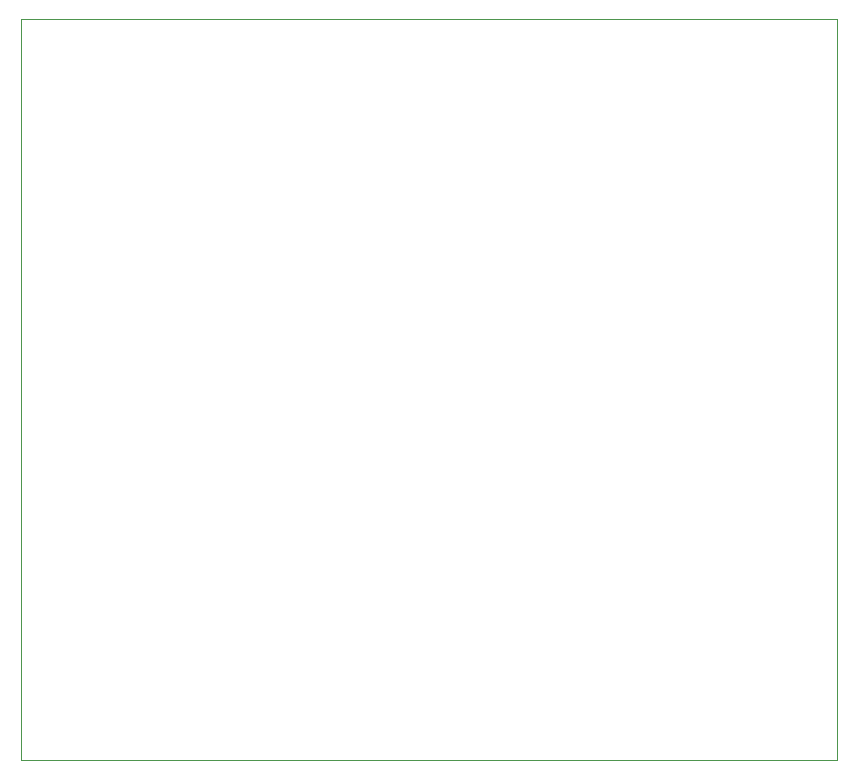
<source format=gbr>
%TF.GenerationSoftware,KiCad,Pcbnew,(5.99.0-13051-g9e760512ac)*%
%TF.CreationDate,2021-12-06T14:56:32+00:00*%
%TF.ProjectId,RF_SWITCH,52465f53-5749-4544-9348-2e6b69636164,rev?*%
%TF.SameCoordinates,Original*%
%TF.FileFunction,Profile,NP*%
%FSLAX46Y46*%
G04 Gerber Fmt 4.6, Leading zero omitted, Abs format (unit mm)*
G04 Created by KiCad (PCBNEW (5.99.0-13051-g9e760512ac)) date 2021-12-06 14:56:32*
%MOMM*%
%LPD*%
G01*
G04 APERTURE LIST*
%TA.AperFunction,Profile*%
%ADD10C,0.100000*%
%TD*%
G04 APERTURE END LIST*
D10*
X168910000Y-77978000D02*
X99822000Y-77978000D01*
X99822000Y-77978000D02*
X99822000Y-140716000D01*
X99822000Y-140716000D02*
X168910000Y-140716000D01*
X168910000Y-140716000D02*
X168910000Y-77978000D01*
M02*

</source>
